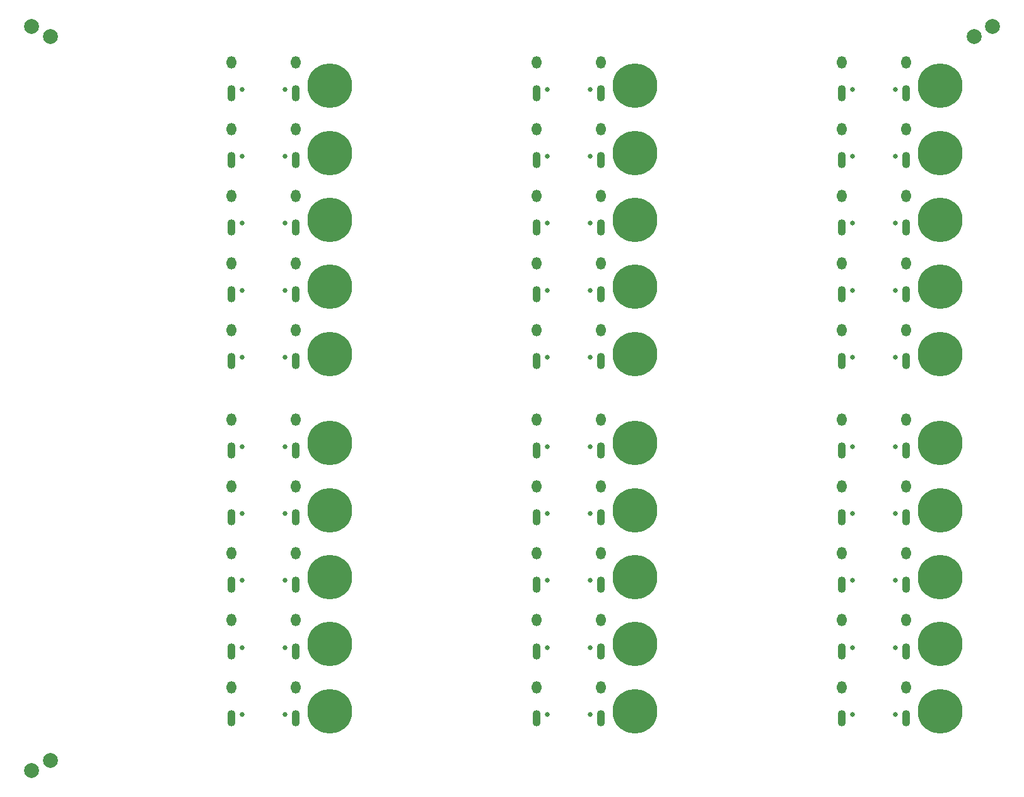
<source format=gbs>
G04 #@! TF.GenerationSoftware,KiCad,Pcbnew,(6.0.11)*
G04 #@! TF.CreationDate,2023-02-11T18:44:03+01:00*
G04 #@! TF.ProjectId,udb-s-panel,7564622d-732d-4706-916e-656c2e6b6963,rev?*
G04 #@! TF.SameCoordinates,Original*
G04 #@! TF.FileFunction,Soldermask,Bot*
G04 #@! TF.FilePolarity,Negative*
%FSLAX46Y46*%
G04 Gerber Fmt 4.6, Leading zero omitted, Abs format (unit mm)*
G04 Created by KiCad (PCBNEW (6.0.11)) date 2023-02-11 18:44:03*
%MOMM*%
%LPD*%
G01*
G04 APERTURE LIST*
%ADD10C,6.000000*%
%ADD11C,3.600000*%
%ADD12C,0.650000*%
%ADD13O,1.300000X1.700000*%
%ADD14O,1.100000X2.200000*%
%ADD15C,2.000000*%
G04 APERTURE END LIST*
D10*
G04 #@! TO.C,H1*
X124498604Y10500001D03*
D11*
X124498604Y10500001D03*
G04 #@! TD*
G04 #@! TO.C,H1*
X83498603Y76500015D03*
D10*
X83498603Y76500015D03*
G04 #@! TD*
G04 #@! TO.C,H1*
X42498602Y28500005D03*
D11*
X42498602Y28500005D03*
G04 #@! TD*
D12*
G04 #@! TO.C,J1*
X112708604Y76050015D03*
X118488604Y76050015D03*
D13*
X111278604Y79700015D03*
D14*
X119918604Y75520015D03*
X111278604Y75520015D03*
D13*
X119918604Y79700015D03*
G04 #@! TD*
D12*
G04 #@! TO.C,J1*
X36488602Y10050001D03*
X30708602Y10050001D03*
D13*
X37918602Y13700001D03*
D14*
X37918602Y9520001D03*
X29278602Y9520001D03*
D13*
X29278602Y13700001D03*
G04 #@! TD*
D11*
G04 #@! TO.C,H1*
X83498603Y67500013D03*
D10*
X83498603Y67500013D03*
G04 #@! TD*
D12*
G04 #@! TO.C,J1*
X118488604Y58050011D03*
X112708604Y58050011D03*
D14*
X119918604Y57520011D03*
X111278604Y57520011D03*
D13*
X111278604Y61700011D03*
X119918604Y61700011D03*
G04 #@! TD*
D10*
G04 #@! TO.C,H1*
X124498604Y28500005D03*
D11*
X124498604Y28500005D03*
G04 #@! TD*
G04 #@! TO.C,H1*
X42498602Y67500013D03*
D10*
X42498602Y67500013D03*
G04 #@! TD*
G04 #@! TO.C,H1*
X42498602Y37500007D03*
D11*
X42498602Y37500007D03*
G04 #@! TD*
D12*
G04 #@! TO.C,J1*
X30708602Y19050003D03*
X36488602Y19050003D03*
D14*
X37918602Y18520003D03*
D13*
X29278602Y22700003D03*
D14*
X29278602Y18520003D03*
D13*
X37918602Y22700003D03*
G04 #@! TD*
D12*
G04 #@! TO.C,J1*
X30708602Y58050011D03*
X36488602Y58050011D03*
D13*
X37918602Y61700011D03*
X29278602Y61700011D03*
D14*
X37918602Y57520011D03*
X29278602Y57520011D03*
G04 #@! TD*
D12*
G04 #@! TO.C,J1*
X36488602Y76050015D03*
X30708602Y76050015D03*
D14*
X37918602Y75520015D03*
X29278602Y75520015D03*
D13*
X37918602Y79700015D03*
X29278602Y79700015D03*
G04 #@! TD*
D10*
G04 #@! TO.C,H1*
X42498602Y58500011D03*
D11*
X42498602Y58500011D03*
G04 #@! TD*
D15*
G04 #@! TO.C,REF\u002A\u002A*
X131497205Y102500020D03*
G04 #@! TD*
D12*
G04 #@! TO.C,J1*
X77488603Y94050019D03*
X71708603Y94050019D03*
D14*
X70278603Y93520019D03*
X78918603Y93520019D03*
D13*
X70278603Y97700019D03*
X78918603Y97700019D03*
G04 #@! TD*
D12*
G04 #@! TO.C,J1*
X36488602Y37050007D03*
X30708602Y37050007D03*
D13*
X29278602Y40700007D03*
D14*
X29278602Y36520007D03*
D13*
X37918602Y40700007D03*
D14*
X37918602Y36520007D03*
G04 #@! TD*
D12*
G04 #@! TO.C,J1*
X77488603Y67050013D03*
X71708603Y67050013D03*
D13*
X70278603Y70700013D03*
X78918603Y70700013D03*
D14*
X78918603Y66520013D03*
X70278603Y66520013D03*
G04 #@! TD*
D11*
G04 #@! TO.C,H1*
X83498603Y94500019D03*
D10*
X83498603Y94500019D03*
G04 #@! TD*
G04 #@! TO.C,H1*
X83498603Y58500011D03*
D11*
X83498603Y58500011D03*
G04 #@! TD*
D10*
G04 #@! TO.C,H1*
X83498603Y10500001D03*
D11*
X83498603Y10500001D03*
G04 #@! TD*
D12*
G04 #@! TO.C,J1*
X36488602Y67050013D03*
X30708602Y67050013D03*
D13*
X29278602Y70700013D03*
D14*
X29278602Y66520013D03*
D13*
X37918602Y70700013D03*
D14*
X37918602Y66520013D03*
G04 #@! TD*
D11*
G04 #@! TO.C,H1*
X124498604Y37500007D03*
D10*
X124498604Y37500007D03*
G04 #@! TD*
G04 #@! TO.C,H1*
X42498602Y76500015D03*
D11*
X42498602Y76500015D03*
G04 #@! TD*
D10*
G04 #@! TO.C,H1*
X42498602Y10500001D03*
D11*
X42498602Y10500001D03*
G04 #@! TD*
D12*
G04 #@! TO.C,J1*
X112708604Y85050017D03*
X118488604Y85050017D03*
D13*
X111278604Y88700017D03*
D14*
X119918604Y84520017D03*
X111278604Y84520017D03*
D13*
X119918604Y88700017D03*
G04 #@! TD*
D10*
G04 #@! TO.C,H1*
X42498602Y19500003D03*
D11*
X42498602Y19500003D03*
G04 #@! TD*
D12*
G04 #@! TO.C,J1*
X30708602Y94050019D03*
X36488602Y94050019D03*
D13*
X37918602Y97700019D03*
D14*
X29278602Y93520019D03*
D13*
X29278602Y97700019D03*
D14*
X37918602Y93520019D03*
G04 #@! TD*
D12*
G04 #@! TO.C,J1*
X77488603Y10050001D03*
X71708603Y10050001D03*
D13*
X70278603Y13700001D03*
D14*
X70278603Y9520001D03*
D13*
X78918603Y13700001D03*
D14*
X78918603Y9520001D03*
G04 #@! TD*
D12*
G04 #@! TO.C,J1*
X112708604Y67050013D03*
X118488604Y67050013D03*
D13*
X119918604Y70700013D03*
D14*
X111278604Y66520013D03*
D13*
X111278604Y70700013D03*
D14*
X119918604Y66520013D03*
G04 #@! TD*
D12*
G04 #@! TO.C,J1*
X112708604Y28050005D03*
X118488604Y28050005D03*
D14*
X111278604Y27520005D03*
X119918604Y27520005D03*
D13*
X119918604Y31700005D03*
X111278604Y31700005D03*
G04 #@! TD*
D12*
G04 #@! TO.C,J1*
X36488602Y46050009D03*
X30708602Y46050009D03*
D13*
X29278602Y49700009D03*
X37918602Y49700009D03*
D14*
X29278602Y45520009D03*
X37918602Y45520009D03*
G04 #@! TD*
D12*
G04 #@! TO.C,J1*
X77488603Y19050003D03*
X71708603Y19050003D03*
D14*
X70278603Y18520003D03*
D13*
X70278603Y22700003D03*
X78918603Y22700003D03*
D14*
X78918603Y18520003D03*
G04 #@! TD*
D11*
G04 #@! TO.C,H1*
X124498604Y76500015D03*
D10*
X124498604Y76500015D03*
G04 #@! TD*
G04 #@! TO.C,H1*
X83498603Y37500007D03*
D11*
X83498603Y37500007D03*
G04 #@! TD*
D12*
G04 #@! TO.C,J1*
X112708604Y94050019D03*
X118488604Y94050019D03*
D13*
X119918604Y97700019D03*
X111278604Y97700019D03*
D14*
X111278604Y93520019D03*
X119918604Y93520019D03*
G04 #@! TD*
D11*
G04 #@! TO.C,H1*
X42498602Y46500009D03*
D10*
X42498602Y46500009D03*
G04 #@! TD*
D12*
G04 #@! TO.C,J1*
X71708603Y37050007D03*
X77488603Y37050007D03*
D13*
X70278603Y40700007D03*
D14*
X70278603Y36520007D03*
X78918603Y36520007D03*
D13*
X78918603Y40700007D03*
G04 #@! TD*
D10*
G04 #@! TO.C,H1*
X124498604Y67500013D03*
D11*
X124498604Y67500013D03*
G04 #@! TD*
D12*
G04 #@! TO.C,J1*
X112708604Y10050001D03*
X118488604Y10050001D03*
D13*
X119918604Y13700001D03*
X111278604Y13700001D03*
D14*
X119918604Y9520001D03*
X111278604Y9520001D03*
G04 #@! TD*
D10*
G04 #@! TO.C,H1*
X83498603Y46500009D03*
D11*
X83498603Y46500009D03*
G04 #@! TD*
G04 #@! TO.C,H1*
X83498603Y28500005D03*
D10*
X83498603Y28500005D03*
G04 #@! TD*
G04 #@! TO.C,H1*
X124498604Y58500011D03*
D11*
X124498604Y58500011D03*
G04 #@! TD*
D10*
G04 #@! TO.C,H1*
X124498604Y46500009D03*
D11*
X124498604Y46500009D03*
G04 #@! TD*
G04 #@! TO.C,H1*
X83498603Y19500003D03*
D10*
X83498603Y19500003D03*
G04 #@! TD*
D15*
G04 #@! TO.C,REF\u002A\u002A*
X2500000Y102500020D03*
G04 #@! TD*
D10*
G04 #@! TO.C,H1*
X42498602Y94500019D03*
D11*
X42498602Y94500019D03*
G04 #@! TD*
D12*
G04 #@! TO.C,J1*
X30708602Y85050017D03*
X36488602Y85050017D03*
D13*
X37918602Y88700017D03*
X29278602Y88700017D03*
D14*
X37918602Y84520017D03*
X29278602Y84520017D03*
G04 #@! TD*
D10*
G04 #@! TO.C,H1*
X83498603Y85500017D03*
D11*
X83498603Y85500017D03*
G04 #@! TD*
D12*
G04 #@! TO.C,J1*
X77488603Y76050015D03*
X71708603Y76050015D03*
D13*
X78918603Y79700015D03*
D14*
X70278603Y75520015D03*
D13*
X70278603Y79700015D03*
D14*
X78918603Y75520015D03*
G04 #@! TD*
D12*
G04 #@! TO.C,J1*
X71708603Y46050009D03*
X77488603Y46050009D03*
D14*
X78918603Y45520009D03*
D13*
X70278603Y49700009D03*
X78918603Y49700009D03*
D14*
X70278603Y45520009D03*
G04 #@! TD*
D10*
G04 #@! TO.C,H1*
X124498604Y85500017D03*
D11*
X124498604Y85500017D03*
G04 #@! TD*
D12*
G04 #@! TO.C,J1*
X118488604Y46050009D03*
X112708604Y46050009D03*
D14*
X119918604Y45520009D03*
X111278604Y45520009D03*
D13*
X111278604Y49700009D03*
X119918604Y49700009D03*
G04 #@! TD*
D12*
G04 #@! TO.C,J1*
X71708603Y58050011D03*
X77488603Y58050011D03*
D13*
X78918603Y61700011D03*
D14*
X70278603Y57520011D03*
X78918603Y57520011D03*
D13*
X70278603Y61700011D03*
G04 #@! TD*
D11*
G04 #@! TO.C,H1*
X124498604Y19500003D03*
D10*
X124498604Y19500003D03*
G04 #@! TD*
D12*
G04 #@! TO.C,J1*
X71708603Y85050017D03*
X77488603Y85050017D03*
D13*
X70278603Y88700017D03*
X78918603Y88700017D03*
D14*
X78918603Y84520017D03*
X70278603Y84520017D03*
G04 #@! TD*
D12*
G04 #@! TO.C,J1*
X118488604Y19050003D03*
X112708604Y19050003D03*
D14*
X111278604Y18520003D03*
D13*
X111278604Y22700003D03*
X119918604Y22700003D03*
D14*
X119918604Y18520003D03*
G04 #@! TD*
D10*
G04 #@! TO.C,H1*
X42498602Y85500017D03*
D11*
X42498602Y85500017D03*
G04 #@! TD*
D10*
G04 #@! TO.C,H1*
X124498604Y94500019D03*
D11*
X124498604Y94500019D03*
G04 #@! TD*
D12*
G04 #@! TO.C,J1*
X77488603Y28050005D03*
X71708603Y28050005D03*
D13*
X78918603Y31700005D03*
D14*
X78918603Y27520005D03*
D13*
X70278603Y31700005D03*
D14*
X70278603Y27520005D03*
G04 #@! TD*
D12*
G04 #@! TO.C,J1*
X36488602Y28050005D03*
X30708602Y28050005D03*
D14*
X29278602Y27520005D03*
D13*
X29278602Y31700005D03*
D14*
X37918602Y27520005D03*
D13*
X37918602Y31700005D03*
G04 #@! TD*
D12*
G04 #@! TO.C,J1*
X112708604Y37050007D03*
X118488604Y37050007D03*
D14*
X119918604Y36520007D03*
D13*
X111278604Y40700007D03*
D14*
X111278604Y36520007D03*
D13*
X119918604Y40700007D03*
G04 #@! TD*
D15*
G04 #@! TO.C,REF\u002A\u002A*
X2500000Y2500000D03*
G04 #@! TD*
G04 #@! TO.C,REF\u002A\u002A*
X5000000Y3850000D03*
G04 #@! TD*
G04 #@! TO.C,REF\u002A\u002A*
X128997205Y101150020D03*
G04 #@! TD*
G04 #@! TO.C,REF\u002A\u002A*
X5000000Y101150020D03*
G04 #@! TD*
M02*

</source>
